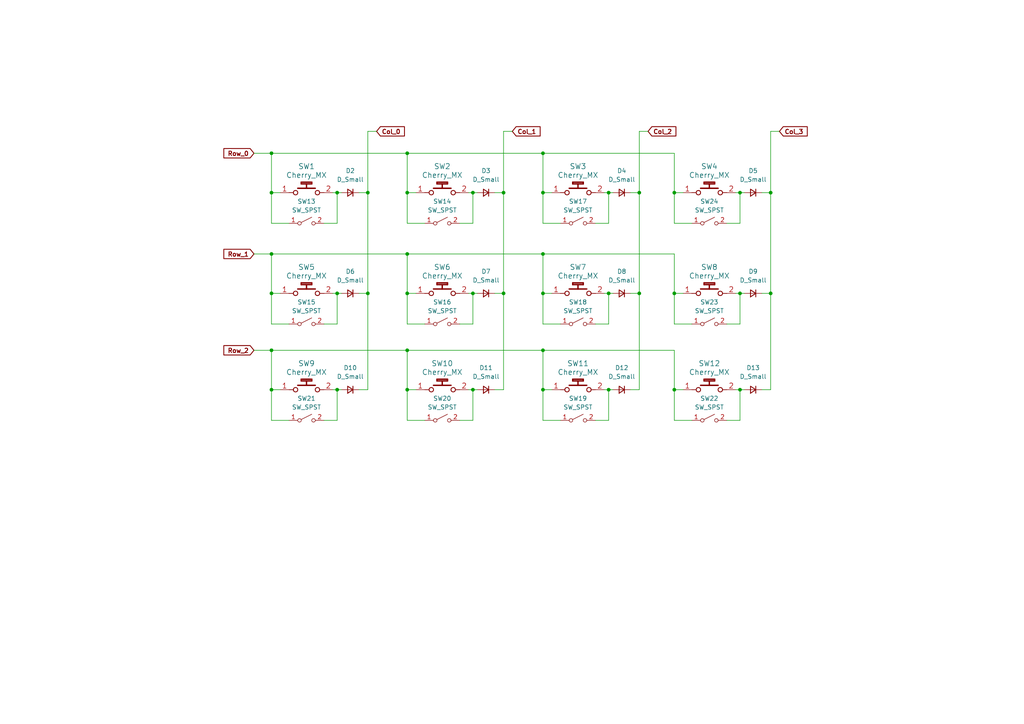
<source format=kicad_sch>
(kicad_sch (version 20230121) (generator eeschema)
  (paper "A4")
  (lib_symbols
    (symbol "Device:D_Small" (pin_numbers hide) (pin_names (offset 0.254) hide)
      (property "Reference" "D" (at -1.27 2.032 0))
      (property "Value" "D_Small" (at -3.81 -2.032 0))
      (symbol "D_Small_0_1"
        (polyline (pts (xy -0.762 -1.016) (xy -0.762 1.016)) (stroke (width 0.254)))
        (polyline (pts (xy -0.762 0) (xy 0.762 0)))
        (polyline (pts (xy 0.762 -1.016) (xy -0.762 0) (xy 0.762 1.016) (xy 0.762 -1.016)) (stroke (width 0.254)))
      )
      (symbol "D_Small_1_1"
        (pin passive line (at -2.54 0 0) (length 1.778) (name "K") (number "1"))
        (pin passive line (at 2.54 0 180) (length 1.778) (name "A") (number "2"))
      )
    )
    (symbol "PUT_RocketLab_misc:Cherry_MX" (pin_names (offset -1.905))
      (property "Reference" "SW" (at 7.62 5.08 0))
      (property "Value" "Cherry_MX" (at 7.62 -3.175 0))
      (symbol "Cherry_MX_0_0"
        (polyline (pts (xy 5.08 1.27) (xy 7.62 1.27)) (stroke (width 0.4064)))
        (polyline (pts (xy 6.096 2.54) (xy 6.096 3.048)) (stroke (width 0.4064)))
        (polyline (pts (xy 6.096 3.048) (xy 9.144 3.048)) (stroke (width 0.4064)))
        (polyline (pts (xy 7.62 1.27) (xy 7.62 2.54)) (stroke (width 0.4064)))
        (polyline (pts (xy 7.62 2.54) (xy 6.096 2.54)) (stroke (width 0.4064)))
        (polyline (pts (xy 9.144 2.54) (xy 7.874 2.54)) (stroke (width 0.4064)))
        (polyline (pts (xy 9.144 3.048) (xy 9.144 2.54)) (stroke (width 0.4064)))
        (polyline (pts (xy 10.16 1.27) (xy 7.62 1.27)) (stroke (width 0.4064)))
      )
      (symbol "Cherry_MX_1_1"
        (polyline (pts (xy 2.54 0) (xy 3.81 0)) (stroke (width 0.2032)))
        (polyline (pts (xy 12.7 0) (xy 11.43 0)) (stroke (width 0.2032)))
        (circle (center 4.445 0) (radius 0.635) (stroke (width 0.254)))
        (circle (center 10.795 0) (radius 0.635) (stroke (width 0.254)))
        (pin unspecified line (at 0 0 0) (length 2.54) (name "") (number "1"))
        (pin unspecified line (at 15.24 0 180) (length 2.54) (name "") (number "2"))
      )
    )
    (symbol "Switch:SW_SPST" (pin_names (offset 0) hide)
      (property "Reference" "SW" (at 0 3.175 0))
      (property "Value" "SW_SPST" (at 0 -2.54 0))
      (symbol "SW_SPST_0_0"
        (circle (center -2.032 0) (radius 0.508))
        (polyline (pts (xy -1.524 0.254) (xy 1.524 1.778)))
        (circle (center 2.032 0) (radius 0.508))
      )
      (symbol "SW_SPST_1_1"
        (pin passive line (at -5.08 0 0) (length 2.54) (name "A") (number "1"))
        (pin passive line (at 5.08 0 180) (length 2.54) (name "B") (number "2"))
      )
    )
  )
  (junction (at 97.79 55.88))
  (junction (at 78.74 101.6))
  (junction (at 106.68 55.88))
  (junction (at 118.11 73.66))
  (junction (at 137.16 113.03))
  (junction (at 214.63 85.09))
  (junction (at 195.58 85.09))
  (junction (at 214.63 113.03))
  (junction (at 157.48 101.6))
  (junction (at 223.52 55.88))
  (junction (at 157.48 55.88))
  (junction (at 78.74 113.03))
  (junction (at 137.16 55.88))
  (junction (at 78.74 85.09))
  (junction (at 118.11 101.6))
  (junction (at 78.74 55.88))
  (junction (at 157.48 73.66))
  (junction (at 106.68 85.09))
  (junction (at 157.48 85.09))
  (junction (at 223.52 85.09))
  (junction (at 78.74 73.66))
  (junction (at 146.05 55.88))
  (junction (at 195.58 55.88))
  (junction (at 185.42 85.09))
  (junction (at 137.16 85.09))
  (junction (at 176.53 85.09))
  (junction (at 185.42 55.88))
  (junction (at 97.79 85.09))
  (junction (at 195.58 113.03))
  (junction (at 146.05 85.09))
  (junction (at 176.53 55.88))
  (junction (at 97.79 113.03))
  (junction (at 157.48 113.03))
  (junction (at 118.11 113.03))
  (junction (at 78.74 44.45))
  (junction (at 118.11 85.09))
  (junction (at 118.11 55.88))
  (junction (at 214.63 55.88))
  (junction (at 176.53 113.03))
  (junction (at 118.11 44.45))
  (junction (at 157.48 44.45))
  (wire (pts (xy 146.05 85.09) (xy 146.05 113.03)))
  (wire (pts (xy 133.35 93.98) (xy 137.16 93.98)))
  (wire (pts (xy 137.16 55.88) (xy 135.89 55.88)))
  (wire (pts (xy 133.35 64.77) (xy 137.16 64.77)))
  (wire (pts (xy 198.12 55.88) (xy 195.58 55.88)))
  (wire (pts (xy 176.53 85.09) (xy 175.26 85.09)))
  (wire (pts (xy 157.48 93.98) (xy 157.48 85.09)))
  (wire (pts (xy 157.48 55.88) (xy 157.48 44.45)))
  (wire (pts (xy 195.58 113.03) (xy 195.58 101.6)))
  (wire (pts (xy 172.72 64.77) (xy 176.53 64.77)))
  (wire (pts (xy 200.66 93.98) (xy 195.58 93.98)))
  (wire (pts (xy 93.98 64.77) (xy 97.79 64.77)))
  (wire (pts (xy 176.53 93.98) (xy 176.53 85.09)))
  (wire (pts (xy 160.02 85.09) (xy 157.48 85.09)))
  (wire (pts (xy 214.63 121.92) (xy 214.63 113.03)))
  (wire (pts (xy 176.53 113.03) (xy 175.26 113.03)))
  (wire (pts (xy 157.48 101.6) (xy 195.58 101.6)))
  (wire (pts (xy 118.11 44.45) (xy 157.48 44.45)))
  (wire (pts (xy 83.82 93.98) (xy 78.74 93.98)))
  (wire (pts (xy 185.42 55.88) (xy 182.88 55.88)))
  (wire (pts (xy 97.79 121.92) (xy 97.79 113.03)))
  (wire (pts (xy 200.66 64.77) (xy 195.58 64.77)))
  (wire (pts (xy 214.63 93.98) (xy 214.63 85.09)))
  (wire (pts (xy 78.74 113.03) (xy 81.28 113.03)))
  (wire (pts (xy 97.79 55.88) (xy 96.52 55.88)))
  (wire (pts (xy 97.79 64.77) (xy 97.79 55.88)))
  (wire (pts (xy 123.19 93.98) (xy 118.11 93.98)))
  (wire (pts (xy 187.96 38.1) (xy 185.42 38.1)))
  (wire (pts (xy 138.43 85.09) (xy 137.16 85.09)))
  (wire (pts (xy 118.11 85.09) (xy 118.11 73.66)))
  (wire (pts (xy 133.35 121.92) (xy 137.16 121.92)))
  (wire (pts (xy 78.74 55.88) (xy 81.28 55.88)))
  (wire (pts (xy 99.06 85.09) (xy 97.79 85.09)))
  (wire (pts (xy 215.9 85.09) (xy 214.63 85.09)))
  (wire (pts (xy 185.42 85.09) (xy 182.88 85.09)))
  (wire (pts (xy 223.52 38.1) (xy 223.52 55.88)))
  (wire (pts (xy 78.74 85.09) (xy 81.28 85.09)))
  (wire (pts (xy 162.56 121.92) (xy 157.48 121.92)))
  (wire (pts (xy 123.19 121.92) (xy 118.11 121.92)))
  (wire (pts (xy 214.63 64.77) (xy 214.63 55.88)))
  (wire (pts (xy 120.65 55.88) (xy 118.11 55.88)))
  (wire (pts (xy 146.05 55.88) (xy 146.05 85.09)))
  (wire (pts (xy 162.56 93.98) (xy 157.48 93.98)))
  (wire (pts (xy 210.82 121.92) (xy 214.63 121.92)))
  (wire (pts (xy 97.79 93.98) (xy 97.79 85.09)))
  (wire (pts (xy 195.58 121.92) (xy 195.58 113.03)))
  (wire (pts (xy 97.79 113.03) (xy 96.52 113.03)))
  (wire (pts (xy 97.79 85.09) (xy 96.52 85.09)))
  (wire (pts (xy 118.11 121.92) (xy 118.11 113.03)))
  (wire (pts (xy 195.58 93.98) (xy 195.58 85.09)))
  (wire (pts (xy 177.8 55.88) (xy 176.53 55.88)))
  (wire (pts (xy 177.8 113.03) (xy 176.53 113.03)))
  (wire (pts (xy 146.05 85.09) (xy 143.51 85.09)))
  (wire (pts (xy 157.48 113.03) (xy 157.48 101.6)))
  (wire (pts (xy 93.98 121.92) (xy 97.79 121.92)))
  (wire (pts (xy 160.02 55.88) (xy 157.48 55.88)))
  (wire (pts (xy 106.68 85.09) (xy 104.14 85.09)))
  (wire (pts (xy 78.74 101.6) (xy 78.74 113.03)))
  (wire (pts (xy 73.66 73.66) (xy 78.74 73.66)))
  (wire (pts (xy 109.22 38.1) (xy 106.68 38.1)))
  (wire (pts (xy 176.53 64.77) (xy 176.53 55.88)))
  (wire (pts (xy 120.65 85.09) (xy 118.11 85.09)))
  (wire (pts (xy 176.53 121.92) (xy 176.53 113.03)))
  (wire (pts (xy 99.06 55.88) (xy 97.79 55.88)))
  (wire (pts (xy 172.72 121.92) (xy 176.53 121.92)))
  (wire (pts (xy 123.19 64.77) (xy 118.11 64.77)))
  (wire (pts (xy 78.74 73.66) (xy 118.11 73.66)))
  (wire (pts (xy 214.63 113.03) (xy 213.36 113.03)))
  (wire (pts (xy 223.52 85.09) (xy 223.52 113.03)))
  (wire (pts (xy 120.65 113.03) (xy 118.11 113.03)))
  (wire (pts (xy 215.9 55.88) (xy 214.63 55.88)))
  (wire (pts (xy 138.43 55.88) (xy 137.16 55.88)))
  (wire (pts (xy 226.06 38.1) (xy 223.52 38.1)))
  (wire (pts (xy 146.05 113.03) (xy 143.51 113.03)))
  (wire (pts (xy 223.52 55.88) (xy 223.52 85.09)))
  (wire (pts (xy 73.66 44.45) (xy 78.74 44.45)))
  (wire (pts (xy 223.52 55.88) (xy 220.98 55.88)))
  (wire (pts (xy 137.16 64.77) (xy 137.16 55.88)))
  (wire (pts (xy 118.11 101.6) (xy 157.48 101.6)))
  (wire (pts (xy 106.68 55.88) (xy 106.68 85.09)))
  (wire (pts (xy 93.98 93.98) (xy 97.79 93.98)))
  (wire (pts (xy 162.56 64.77) (xy 157.48 64.77)))
  (wire (pts (xy 157.48 73.66) (xy 195.58 73.66)))
  (wire (pts (xy 146.05 55.88) (xy 143.51 55.88)))
  (wire (pts (xy 157.48 121.92) (xy 157.48 113.03)))
  (wire (pts (xy 146.05 38.1) (xy 146.05 55.88)))
  (wire (pts (xy 106.68 113.03) (xy 104.14 113.03)))
  (wire (pts (xy 99.06 113.03) (xy 97.79 113.03)))
  (wire (pts (xy 137.16 85.09) (xy 135.89 85.09)))
  (wire (pts (xy 195.58 55.88) (xy 195.58 44.45)))
  (wire (pts (xy 78.74 44.45) (xy 118.11 44.45)))
  (wire (pts (xy 83.82 64.77) (xy 78.74 64.77)))
  (wire (pts (xy 185.42 113.03) (xy 182.88 113.03)))
  (wire (pts (xy 157.48 64.77) (xy 157.48 55.88)))
  (wire (pts (xy 83.82 121.92) (xy 78.74 121.92)))
  (wire (pts (xy 177.8 85.09) (xy 176.53 85.09)))
  (wire (pts (xy 157.48 44.45) (xy 195.58 44.45)))
  (wire (pts (xy 148.59 38.1) (xy 146.05 38.1)))
  (wire (pts (xy 118.11 113.03) (xy 118.11 101.6)))
  (wire (pts (xy 185.42 85.09) (xy 185.42 113.03)))
  (wire (pts (xy 78.74 44.45) (xy 78.74 55.88)))
  (wire (pts (xy 138.43 113.03) (xy 137.16 113.03)))
  (wire (pts (xy 78.74 73.66) (xy 78.74 85.09)))
  (wire (pts (xy 118.11 93.98) (xy 118.11 85.09)))
  (wire (pts (xy 106.68 55.88) (xy 104.14 55.88)))
  (wire (pts (xy 137.16 113.03) (xy 135.89 113.03)))
  (wire (pts (xy 78.74 64.77) (xy 78.74 55.88)))
  (wire (pts (xy 198.12 113.03) (xy 195.58 113.03)))
  (wire (pts (xy 78.74 121.92) (xy 78.74 113.03)))
  (wire (pts (xy 78.74 101.6) (xy 118.11 101.6)))
  (wire (pts (xy 118.11 64.77) (xy 118.11 55.88)))
  (wire (pts (xy 210.82 64.77) (xy 214.63 64.77)))
  (wire (pts (xy 160.02 113.03) (xy 157.48 113.03)))
  (wire (pts (xy 172.72 93.98) (xy 176.53 93.98)))
  (wire (pts (xy 223.52 113.03) (xy 220.98 113.03)))
  (wire (pts (xy 157.48 85.09) (xy 157.48 73.66)))
  (wire (pts (xy 210.82 93.98) (xy 214.63 93.98)))
  (wire (pts (xy 198.12 85.09) (xy 195.58 85.09)))
  (wire (pts (xy 214.63 85.09) (xy 213.36 85.09)))
  (wire (pts (xy 195.58 64.77) (xy 195.58 55.88)))
  (wire (pts (xy 214.63 55.88) (xy 213.36 55.88)))
  (wire (pts (xy 106.68 38.1) (xy 106.68 55.88)))
  (wire (pts (xy 195.58 85.09) (xy 195.58 73.66)))
  (wire (pts (xy 185.42 55.88) (xy 185.42 85.09)))
  (wire (pts (xy 118.11 55.88) (xy 118.11 44.45)))
  (wire (pts (xy 106.68 85.09) (xy 106.68 113.03)))
  (wire (pts (xy 176.53 55.88) (xy 175.26 55.88)))
  (wire (pts (xy 78.74 93.98) (xy 78.74 85.09)))
  (wire (pts (xy 118.11 73.66) (xy 157.48 73.66)))
  (wire (pts (xy 200.66 121.92) (xy 195.58 121.92)))
  (wire (pts (xy 185.42 38.1) (xy 185.42 55.88)))
  (wire (pts (xy 137.16 93.98) (xy 137.16 85.09)))
  (wire (pts (xy 137.16 121.92) (xy 137.16 113.03)))
  (wire (pts (xy 215.9 113.03) (xy 214.63 113.03)))
  (wire (pts (xy 223.52 85.09) (xy 220.98 85.09)))
  (wire (pts (xy 73.66 101.6) (xy 78.74 101.6)))
  (global_label "Row_2" (shape input) (at 73.66 101.6 180) (effects (font bold)) (property "Intersheetrefs" "${INTERSHEET_REFS}" (effects hide)))
  (global_label "Col_3" (shape input) (at 226.06 38.1 0) (effects (font bold)) (property "Intersheetrefs" "${INTERSHEET_REFS}" (effects hide)))
  (global_label "Col_2" (shape input) (at 187.96 38.1 0) (effects (font bold)) (property "Intersheetrefs" "${INTERSHEET_REFS}" (effects hide)))
  (global_label "Row_1" (shape input) (at 73.66 73.66 180) (effects (font bold)) (property "Intersheetrefs" "${INTERSHEET_REFS}" (effects hide)))
  (global_label "Row_0" (shape input) (at 73.66 44.45 180) (effects (font bold)) (property "Intersheetrefs" "${INTERSHEET_REFS}" (effects hide)))
  (global_label "Col_1" (shape input) (at 148.59 38.1 0) (effects (font bold)) (property "Intersheetrefs" "${INTERSHEET_REFS}" (effects hide)))
  (global_label "Col_0" (shape input) (at 109.22 38.1 0) (effects (font bold)) (property "Intersheetrefs" "${INTERSHEET_REFS}" (effects hide)))
  (symbol (lib_id "PUT_RocketLab_misc:Cherry_MX") (at 81.28 85.09 0) (unit 1)
    (property "Reference" "SW5" (at 88.9 77.47 0) (effects (font (size 1.524 1.524))))
    (property "Value" "Cherry_MX" (at 88.9 80.01 0) (effects (font (size 1.524 1.524))))
    (property "Footprint" "SW_MX1A-E1NW_CHY" (effects hide))
  )
  (symbol (lib_id "PUT_RocketLab_misc:Cherry_MX") (at 198.12 85.09 0) (unit 1)
    (property "Reference" "SW8" (at 205.74 77.47 0) (effects (font (size 1.524 1.524))))
    (property "Value" "Cherry_MX" (at 205.74 80.01 0) (effects (font (size 1.524 1.524))))
    (property "Footprint" "SW_MX1A-E1NW_CHY" (effects hide))
  )
  (symbol (lib_id "Device:D_Small") (at 140.97 113.03 0) (mirror y) (unit 1)
    (property "Reference" "D11" (at 140.97 106.68 0))
    (property "Value" "D_Small" (at 140.97 109.22 0))
    (property "Sim.Device" "D" (effects hide))
    (property "Sim.Pins" "1=K 2=A" (effects hide))
  )
  (symbol (lib_id "Switch:SW_SPST") (at 88.9 121.92 0) (unit 1)
    (property "Reference" "SW21" (at 88.9 115.57 0))
    (property "Value" "SW_SPST" (at 88.9 118.11 0))
  )
  (symbol (lib_id "Switch:SW_SPST") (at 205.74 93.98 0) (unit 1)
    (property "Reference" "SW23" (at 205.74 87.63 0))
    (property "Value" "SW_SPST" (at 205.74 90.17 0))
  )
  (symbol (lib_id "Switch:SW_SPST") (at 167.64 121.92 0) (unit 1)
    (property "Reference" "SW19" (at 167.64 115.57 0))
    (property "Value" "SW_SPST" (at 167.64 118.11 0))
  )
  (symbol (lib_id "PUT_RocketLab_misc:Cherry_MX") (at 81.28 113.03 0) (unit 1)
    (property "Reference" "SW9" (at 88.9 105.41 0) (effects (font (size 1.524 1.524))))
    (property "Value" "Cherry_MX" (at 88.9 107.95 0) (effects (font (size 1.524 1.524))))
    (property "Footprint" "SW_MX1A-E1NW_CHY" (effects hide))
  )
  (symbol (lib_id "Device:D_Small") (at 180.34 113.03 0) (mirror y) (unit 1)
    (property "Reference" "D12" (at 180.34 106.68 0))
    (property "Value" "D_Small" (at 180.34 109.22 0))
    (property "Sim.Device" "D" (effects hide))
    (property "Sim.Pins" "1=K 2=A" (effects hide))
  )
  (symbol (lib_id "Switch:SW_SPST") (at 128.27 93.98 0) (unit 1)
    (property "Reference" "SW16" (at 128.27 87.63 0))
    (property "Value" "SW_SPST" (at 128.27 90.17 0))
  )
  (symbol (lib_id "Switch:SW_SPST") (at 128.27 121.92 0) (unit 1)
    (property "Reference" "SW20" (at 128.27 115.57 0))
    (property "Value" "SW_SPST" (at 128.27 118.11 0))
  )
  (symbol (lib_id "PUT_RocketLab_misc:Cherry_MX") (at 160.02 55.88 0) (unit 1)
    (property "Reference" "SW3" (at 167.64 48.26 0) (effects (font (size 1.524 1.524))))
    (property "Value" "Cherry_MX" (at 167.64 50.8 0) (effects (font (size 1.524 1.524))))
    (property "Footprint" "SW_MX1A-E1NW_CHY" (effects hide))
  )
  (symbol (lib_id "PUT_RocketLab_misc:Cherry_MX") (at 198.12 113.03 0) (unit 1)
    (property "Reference" "SW12" (at 205.74 105.41 0) (effects (font (size 1.524 1.524))))
    (property "Value" "Cherry_MX" (at 205.74 107.95 0) (effects (font (size 1.524 1.524))))
    (property "Footprint" "SW_MX1A-E1NW_CHY" (effects hide))
  )
  (symbol (lib_id "Switch:SW_SPST") (at 167.64 93.98 0) (unit 1)
    (property "Reference" "SW18" (at 167.64 87.63 0))
    (property "Value" "SW_SPST" (at 167.64 90.17 0))
  )
  (symbol (lib_id "Device:D_Small") (at 218.44 113.03 0) (mirror y) (unit 1)
    (property "Reference" "D13" (at 218.44 106.68 0))
    (property "Value" "D_Small" (at 218.44 109.22 0))
    (property "Sim.Device" "D" (effects hide))
    (property "Sim.Pins" "1=K 2=A" (effects hide))
  )
  (symbol (lib_id "PUT_RocketLab_misc:Cherry_MX") (at 120.65 85.09 0) (unit 1)
    (property "Reference" "SW6" (at 128.27 77.47 0) (effects (font (size 1.524 1.524))))
    (property "Value" "Cherry_MX" (at 128.27 80.01 0) (effects (font (size 1.524 1.524))))
    (property "Footprint" "SW_MX1A-E1NW_CHY" (effects hide))
  )
  (symbol (lib_id "Device:D_Small") (at 140.97 85.09 0) (mirror y) (unit 1)
    (property "Reference" "D7" (at 140.97 78.74 0))
    (property "Value" "D_Small" (at 140.97 81.28 0))
    (property "Sim.Device" "D" (effects hide))
    (property "Sim.Pins" "1=K 2=A" (effects hide))
  )
  (symbol (lib_id "Switch:SW_SPST") (at 88.9 93.98 0) (unit 1)
    (property "Reference" "SW15" (at 88.9 87.63 0))
    (property "Value" "SW_SPST" (at 88.9 90.17 0))
  )
  (symbol (lib_id "Device:D_Small") (at 101.6 113.03 0) (mirror y) (unit 1)
    (property "Reference" "D10" (at 101.6 106.68 0))
    (property "Value" "D_Small" (at 101.6 109.22 0))
    (property "Sim.Device" "D" (effects hide))
    (property "Sim.Pins" "1=K 2=A" (effects hide))
  )
  (symbol (lib_id "Device:D_Small") (at 101.6 55.88 0) (mirror y) (unit 1)
    (property "Reference" "D2" (at 101.6 49.53 0))
    (property "Value" "D_Small" (at 101.6 52.07 0))
    (property "Sim.Device" "D" (effects hide))
    (property "Sim.Pins" "1=K 2=A" (effects hide))
  )
  (symbol (lib_id "Switch:SW_SPST") (at 128.27 64.77 0) (unit 1)
    (property "Reference" "SW14" (at 128.27 58.42 0))
    (property "Value" "SW_SPST" (at 128.27 60.96 0))
  )
  (symbol (lib_id "PUT_RocketLab_misc:Cherry_MX") (at 198.12 55.88 0) (unit 1)
    (property "Reference" "SW4" (at 205.74 48.26 0) (effects (font (size 1.524 1.524))))
    (property "Value" "Cherry_MX" (at 205.74 50.8 0) (effects (font (size 1.524 1.524))))
    (property "Footprint" "SW_MX1A-E1NW_CHY" (effects hide))
  )
  (symbol (lib_id "PUT_RocketLab_misc:Cherry_MX") (at 120.65 113.03 0) (unit 1)
    (property "Reference" "SW10" (at 128.27 105.41 0) (effects (font (size 1.524 1.524))))
    (property "Value" "Cherry_MX" (at 128.27 107.95 0) (effects (font (size 1.524 1.524))))
    (property "Footprint" "SW_MX1A-E1NW_CHY" (effects hide))
  )
  (symbol (lib_id "PUT_RocketLab_misc:Cherry_MX") (at 160.02 113.03 0) (unit 1)
    (property "Reference" "SW11" (at 167.64 105.41 0) (effects (font (size 1.524 1.524))))
    (property "Value" "Cherry_MX" (at 167.64 107.95 0) (effects (font (size 1.524 1.524))))
    (property "Footprint" "SW_MX1A-E1NW_CHY" (effects hide))
  )
  (symbol (lib_id "Device:D_Small") (at 180.34 55.88 0) (mirror y) (unit 1)
    (property "Reference" "D4" (at 180.34 49.53 0))
    (property "Value" "D_Small" (at 180.34 52.07 0))
    (property "Sim.Device" "D" (effects hide))
    (property "Sim.Pins" "1=K 2=A" (effects hide))
  )
  (symbol (lib_id "Switch:SW_SPST") (at 88.9 64.77 0) (unit 1)
    (property "Reference" "SW13" (at 88.9 58.42 0))
    (property "Value" "SW_SPST" (at 88.9 60.96 0))
  )
  (symbol (lib_id "Switch:SW_SPST") (at 205.74 64.77 0) (unit 1)
    (property "Reference" "SW24" (at 205.74 58.42 0))
    (property "Value" "SW_SPST" (at 205.74 60.96 0))
  )
  (symbol (lib_id "Device:D_Small") (at 218.44 85.09 0) (mirror y) (unit 1)
    (property "Reference" "D9" (at 218.44 78.74 0))
    (property "Value" "D_Small" (at 218.44 81.28 0))
    (property "Sim.Device" "D" (effects hide))
    (property "Sim.Pins" "1=K 2=A" (effects hide))
  )
  (symbol (lib_id "Device:D_Small") (at 180.34 85.09 0) (mirror y) (unit 1)
    (property "Reference" "D8" (at 180.34 78.74 0))
    (property "Value" "D_Small" (at 180.34 81.28 0))
    (property "Sim.Device" "D" (effects hide))
    (property "Sim.Pins" "1=K 2=A" (effects hide))
  )
  (symbol (lib_id "PUT_RocketLab_misc:Cherry_MX") (at 120.65 55.88 0) (unit 1)
    (property "Reference" "SW2" (at 128.27 48.26 0) (effects (font (size 1.524 1.524))))
    (property "Value" "Cherry_MX" (at 128.27 50.8 0) (effects (font (size 1.524 1.524))))
    (property "Footprint" "SW_MX1A-E1NW_CHY" (effects hide))
  )
  (symbol (lib_id "Device:D_Small") (at 140.97 55.88 0) (mirror y) (unit 1)
    (property "Reference" "D3" (at 140.97 49.53 0))
    (property "Value" "D_Small" (at 140.97 52.07 0))
    (property "Sim.Device" "D" (effects hide))
    (property "Sim.Pins" "1=K 2=A" (effects hide))
  )
  (symbol (lib_id "PUT_RocketLab_misc:Cherry_MX") (at 81.28 55.88 0) (unit 1)
    (property "Reference" "SW1" (at 88.9 48.26 0) (effects (font (size 1.524 1.524))))
    (property "Value" "Cherry_MX" (at 88.9 50.8 0) (effects (font (size 1.524 1.524))))
    (property "Footprint" "SW_MX1A-E1NW_CHY" (effects hide))
  )
  (symbol (lib_id "PUT_RocketLab_misc:Cherry_MX") (at 160.02 85.09 0) (unit 1)
    (property "Reference" "SW7" (at 167.64 77.47 0) (effects (font (size 1.524 1.524))))
    (property "Value" "Cherry_MX" (at 167.64 80.01 0) (effects (font (size 1.524 1.524))))
    (property "Footprint" "SW_MX1A-E1NW_CHY" (effects hide))
  )
  (symbol (lib_id "Device:D_Small") (at 218.44 55.88 0) (mirror y) (unit 1)
    (property "Reference" "D5" (at 218.44 49.53 0))
    (property "Value" "D_Small" (at 218.44 52.07 0))
    (property "Sim.Device" "D" (effects hide))
    (property "Sim.Pins" "1=K 2=A" (effects hide))
  )
  (symbol (lib_id "Switch:SW_SPST") (at 167.64 64.77 0) (unit 1)
    (property "Reference" "SW17" (at 167.64 58.42 0))
    (property "Value" "SW_SPST" (at 167.64 60.96 0))
  )
  (symbol (lib_id "Switch:SW_SPST") (at 205.74 121.92 0) (unit 1)
    (property "Reference" "SW22" (at 205.74 115.57 0))
    (property "Value" "SW_SPST" (at 205.74 118.11 0))
  )
  (symbol (lib_id "Device:D_Small") (at 101.6 85.09 0) (mirror y) (unit 1)
    (property "Reference" "D6" (at 101.6 78.74 0))
    (property "Value" "D_Small" (at 101.6 81.28 0))
    (property "Sim.Device" "D" (effects hide))
    (property "Sim.Pins" "1=K 2=A" (effects hide))
  )
)
</source>
